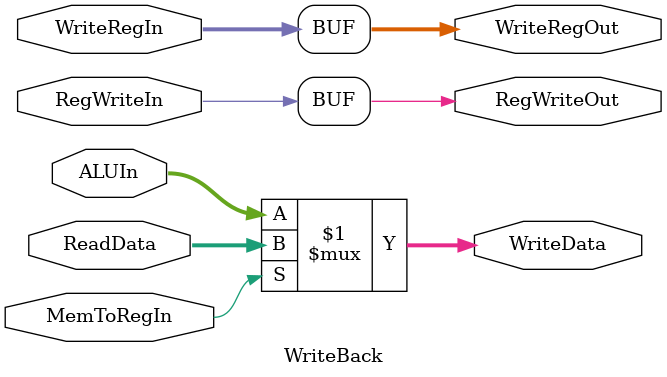
<source format=sv>
module WriteBack(

	input logic [31:0]ReadData,
	input logic [31:0]ALUIn,
	input logic RegWriteIn,
	input logic MemToRegIn,
	input logic [4:0]WriteRegIn,

	output logic RegWriteOut,
	output logic[4:0]WriteRegOut, 
	output logic[31:0] WriteData
	
);

assign RegWriteOut = RegWriteIn;
assign WriteRegOut = WriteRegIn;

assign WriteData = (MemToRegIn) ? ReadData : ALUIn;

endmodule
</source>
